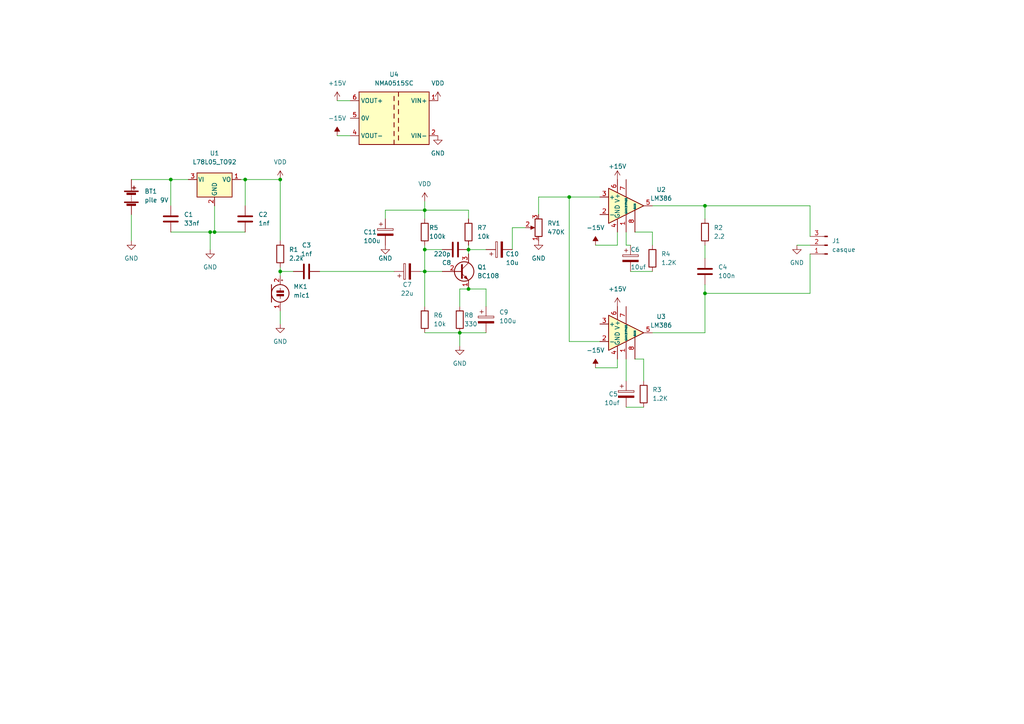
<source format=kicad_sch>
(kicad_sch (version 20230121) (generator eeschema)
  (paper "A4")
  (lib_symbols
    (symbol "Amplifier_Audio:LM386" (pin_names (offset 0.127))
      (property "Reference" "U" (at 1.27 7.62 0))
      (property "Value" "LM386" (at 1.27 5.08 0))
      (symbol "LM386_0_1"
        (polyline (pts (xy 5.08 0) (xy -5.08 5.08) (xy -5.08 -5.08) (xy 5.08 0)) (stroke (width 0.254)) (fill (type background)))
      )
      (symbol "LM386_1_1"
        (pin input line (at 0 -7.62 90) (length 5.08) (name "GAIN") (number "1"))
        (pin input line (at -7.62 -2.54 0) (length 2.54) (name "-") (number "2"))
        (pin input line (at -7.62 2.54 0) (length 2.54) (name "+") (number "3"))
        (pin power_in line (at -2.54 -7.62 90) (length 3.81) (name "GND") (number "4"))
        (pin output line (at 7.62 0 180) (length 2.54) (name "~") (number "5"))
        (pin power_in line (at -2.54 7.62 270) (length 3.81) (name "V+") (number "6"))
        (pin input line (at 0 7.62 270) (length 5.08) (name "BYPASS") (number "7"))
        (pin input line (at 2.54 -7.62 90) (length 6.35) (name "GAIN") (number "8"))
      )
    )
    (symbol "Connector:Conn_01x03_Male" (pin_names (offset 1.016) hide)
      (property "Reference" "J" (at 0 5.08 0))
      (property "Value" "Conn_01x03_Male" (at 0 -5.08 0))
      (symbol "Conn_01x03_Male_1_1"
        (polyline (pts (xy 1.27 -2.54) (xy 0.8636 -2.54)) (stroke (width 0.1524)))
        (polyline (pts (xy 1.27 0) (xy 0.8636 0)) (stroke (width 0.1524)))
        (polyline (pts (xy 1.27 2.54) (xy 0.8636 2.54)) (stroke (width 0.1524)))
        (rectangle (start 0.8636 -2.413) (end 0 -2.667) (stroke (width 0.1524)) (fill (type outline)))
        (rectangle (start 0.8636 0.127) (end 0 -0.127) (stroke (width 0.1524)) (fill (type outline)))
        (rectangle (start 0.8636 2.667) (end 0 2.413) (stroke (width 0.1524)) (fill (type outline)))
        (pin passive line (at 5.08 2.54 180) (length 3.81) (name "Pin_1") (number "1"))
        (pin passive line (at 5.08 0 180) (length 3.81) (name "Pin_2") (number "2"))
        (pin passive line (at 5.08 -2.54 180) (length 3.81) (name "Pin_3") (number "3"))
      )
    )
    (symbol "Device:Battery" (pin_numbers hide) (pin_names (offset 0) hide)
      (property "Reference" "BT" (at 2.54 2.54 0))
      (property "Value" "Battery" (at 2.54 0 0))
      (symbol "Battery_0_1"
        (rectangle (start -2.032 -1.397) (end 2.032 -1.651) (fill (type outline)))
        (rectangle (start -2.032 1.778) (end 2.032 1.524) (fill (type outline)))
        (rectangle (start -1.3208 -1.9812) (end 1.27 -2.4892) (fill (type outline)))
        (rectangle (start -1.3208 1.1938) (end 1.27 0.6858) (fill (type outline)))
        (polyline (pts (xy 0 -1.524) (xy 0 -1.27)))
        (polyline (pts (xy 0 -1.016) (xy 0 -0.762)))
        (polyline (pts (xy 0 -0.508) (xy 0 -0.254)))
        (polyline (pts (xy 0 0) (xy 0 0.254)))
        (polyline (pts (xy 0 0.508) (xy 0 0.762)))
        (polyline (pts (xy 0 1.778) (xy 0 2.54)))
        (polyline (pts (xy 0.254 2.667) (xy 1.27 2.667)) (stroke (width 0.254)))
        (polyline (pts (xy 0.762 3.175) (xy 0.762 2.159)) (stroke (width 0.254)))
      )
      (symbol "Battery_1_1"
        (pin passive line (at 0 5.08 270) (length 2.54) (name "+") (number "1"))
        (pin passive line (at 0 -5.08 90) (length 2.54) (name "-") (number "2"))
      )
    )
    (symbol "Device:C" (pin_numbers hide) (pin_names (offset 0.254))
      (property "Reference" "C" (at 0.635 2.54 0))
      (property "Value" "C" (at 0.635 -2.54 0))
      (symbol "C_0_1"
        (polyline (pts (xy -2.032 -0.762) (xy 2.032 -0.762)) (stroke (width 0.508)))
        (polyline (pts (xy -2.032 0.762) (xy 2.032 0.762)) (stroke (width 0.508)))
      )
      (symbol "C_1_1"
        (pin passive line (at 0 3.81 270) (length 2.794) (name "~") (number "1"))
        (pin passive line (at 0 -3.81 90) (length 2.794) (name "~") (number "2"))
      )
    )
    (symbol "Device:C_Polarized" (pin_numbers hide) (pin_names (offset 0.254))
      (property "Reference" "C" (at 0.635 2.54 0))
      (property "Value" "C_Polarized" (at 0.635 -2.54 0))
      (symbol "C_Polarized_0_1"
        (rectangle (start -2.286 0.508) (end 2.286 1.016))
        (polyline (pts (xy -1.778 2.286) (xy -0.762 2.286)))
        (polyline (pts (xy -1.27 2.794) (xy -1.27 1.778)))
        (rectangle (start 2.286 -0.508) (end -2.286 -1.016) (fill (type outline)))
      )
      (symbol "C_Polarized_1_1"
        (pin passive line (at 0 3.81 270) (length 2.794) (name "~") (number "1"))
        (pin passive line (at 0 -3.81 90) (length 2.794) (name "~") (number "2"))
      )
    )
    (symbol "Device:Microphone_Condenser" (pin_names (offset 0.0254) hide)
      (property "Reference" "MK" (at -3.302 1.27 0))
      (property "Value" "Microphone_Condenser" (at -3.302 -0.635 0))
      (symbol "Microphone_Condenser_0_1"
        (polyline (pts (xy -2.54 2.54) (xy -2.54 -2.54)) (stroke (width 0.254)))
        (polyline (pts (xy 0 -0.762) (xy 0 -1.524)))
        (polyline (pts (xy 0 0.762) (xy 0 1.524)))
        (polyline (pts (xy 0.254 3.81) (xy 0.762 3.81)))
        (polyline (pts (xy 0.508 4.064) (xy 0.508 3.556)))
        (circle (center 0 0) (radius 2.54) (stroke (width 0.254)))
        (rectangle (start 1.016 -0.254) (end -1.016 -0.762) (fill (type outline)))
        (rectangle (start 1.016 0.762) (end -1.016 0.254) (fill (type outline)))
      )
      (symbol "Microphone_Condenser_1_1"
        (pin passive line (at 0 -5.08 90) (length 2.54) (name "-") (number "1"))
        (pin passive line (at 0 5.08 270) (length 2.54) (name "+") (number "2"))
      )
    )
    (symbol "Device:R" (pin_numbers hide) (pin_names (offset 0))
      (property "Reference" "R" (at 2.032 0 90))
      (property "Value" "R" (at 0 0 90))
      (symbol "R_0_1"
        (rectangle (start -1.016 -2.54) (end 1.016 2.54) (stroke (width 0.254)))
      )
      (symbol "R_1_1"
        (pin passive line (at 0 3.81 270) (length 1.27) (name "~") (number "1"))
        (pin passive line (at 0 -3.81 90) (length 1.27) (name "~") (number "2"))
      )
    )
    (symbol "Device:R_Potentiometer" (pin_names (offset 1.016) hide)
      (property "Reference" "RV" (at -4.445 0 90))
      (property "Value" "R_Potentiometer" (at -2.54 0 90))
      (symbol "R_Potentiometer_0_1"
        (polyline (pts (xy 2.54 0) (xy 1.524 0)))
        (polyline (pts (xy 1.143 0) (xy 2.286 0.508) (xy 2.286 -0.508) (xy 1.143 0)) (fill (type outline)))
        (rectangle (start 1.016 2.54) (end -1.016 -2.54) (stroke (width 0.254)))
      )
      (symbol "R_Potentiometer_1_1"
        (pin passive line (at 0 3.81 270) (length 1.27) (name "1") (number "1"))
        (pin passive line (at 3.81 0 180) (length 1.27) (name "2") (number "2"))
        (pin passive line (at 0 -3.81 90) (length 1.27) (name "3") (number "3"))
      )
    )
    (symbol "Regulator_Linear:L78L05_TO92" (pin_names (offset 0.254))
      (property "Reference" "U" (at -3.81 3.175 0))
      (property "Value" "L78L05_TO92" (at 0 3.175 0))
      (symbol "L78L05_TO92_0_1"
        (rectangle (start -5.08 -5.08) (end 5.08 1.905) (stroke (width 0.254)) (fill (type background)))
      )
      (symbol "L78L05_TO92_1_1"
        (pin power_out line (at 7.62 0 180) (length 2.54) (name "VO") (number "1"))
        (pin power_in line (at 0 -7.62 90) (length 2.54) (name "GND") (number "2"))
        (pin power_in line (at -7.62 0 0) (length 2.54) (name "VI") (number "3"))
      )
    )
    (symbol "Regulator_Switching:NMA0515SC"
      (property "Reference" "U" (at -10.16 8.89 0))
      (property "Value" "NMA0515SC" (at 0 8.89 0))
      (symbol "NMA0515SC_0_1"
        (rectangle (start -10.16 7.62) (end 10.16 -7.62) (stroke (width 0.254)) (fill (type background)))
        (polyline (pts (xy -1.27 -5.08) (xy -1.27 -6.35)) (stroke (width 0.254)))
        (polyline (pts (xy -1.27 -2.54) (xy -1.27 -3.81)) (stroke (width 0.254)))
        (polyline (pts (xy -1.27 0) (xy -1.27 -1.27)) (stroke (width 0.254)))
        (polyline (pts (xy -1.27 2.54) (xy -1.27 1.27)) (stroke (width 0.254)))
        (polyline (pts (xy -1.27 5.08) (xy -1.27 3.81)) (stroke (width 0.254)))
        (polyline (pts (xy -1.27 7.62) (xy -1.27 6.35)) (stroke (width 0.254)))
        (polyline (pts (xy 0 -7.62) (xy 0 -6.35)) (stroke (width 0.254)))
        (polyline (pts (xy 0 -5.08) (xy 0 -3.81)) (stroke (width 0.254)))
        (polyline (pts (xy 0 -1.27) (xy 0 -2.54)) (stroke (width 0.254)))
        (polyline (pts (xy 0 0) (xy 0 1.27)) (stroke (width 0.254)))
        (polyline (pts (xy 0 2.54) (xy 0 3.81)) (stroke (width 0.254)))
        (polyline (pts (xy 0 5.08) (xy 0 6.35)) (stroke (width 0.254)))
      )
      (symbol "NMA0515SC_1_1"
        (pin power_in line (at -12.7 5.08 0) (length 2.54) (name "VIN+") (number "1"))
        (pin power_in line (at -12.7 -5.08 0) (length 2.54) (name "VIN-") (number "2"))
        (pin power_out line (at 12.7 -5.08 180) (length 2.54) (name "VOUT-") (number "4"))
        (pin power_out line (at 12.7 0 180) (length 2.54) (name "0V") (number "5"))
        (pin power_out line (at 12.7 5.08 180) (length 2.54) (name "VOUT+") (number "6"))
      )
    )
    (symbol "Transistor_BJT:BC108" (pin_names (offset 0) hide)
      (property "Reference" "Q" (at 5.08 1.905 0))
      (property "Value" "BC108" (at 5.08 0 0))
      (symbol "BC108_0_1"
        (polyline (pts (xy 0.635 0.635) (xy 2.54 2.54)))
        (polyline (pts (xy 0.635 -0.635) (xy 2.54 -2.54) (xy 2.54 -2.54)))
        (polyline (pts (xy 0.635 1.905) (xy 0.635 -1.905) (xy 0.635 -1.905)) (stroke (width 0.508)))
        (polyline (pts (xy 1.27 -1.778) (xy 1.778 -1.27) (xy 2.286 -2.286) (xy 1.27 -1.778) (xy 1.27 -1.778)) (fill (type outline)))
        (circle (center 1.27 0) (radius 2.8194) (stroke (width 0.254)))
      )
      (symbol "BC108_1_1"
        (pin passive line (at 2.54 -5.08 90) (length 2.54) (name "E") (number "1"))
        (pin input line (at -5.08 0 0) (length 5.715) (name "B") (number "2"))
        (pin passive line (at 2.54 5.08 270) (length 2.54) (name "C") (number "3"))
      )
    )
    (symbol "power:+15V" (power) (pin_names (offset 0))
      (property "Value" "+15V" (at 0 3.556 0))
      (symbol "+15V_0_1"
        (polyline (pts (xy -0.762 1.27) (xy 0 2.54)))
        (polyline (pts (xy 0 0) (xy 0 2.54)))
        (polyline (pts (xy 0 2.54) (xy 0.762 1.27)))
      )
      (symbol "+15V_1_1"
        (pin power_in line (at 0 0 90) (length 0) hide (name "+15V") (number "1"))
      )
    )
    (symbol "power:-15V" (power) (pin_names (offset 0))
      (property "Value" "-15V" (at 0 3.81 0))
      (symbol "-15V_0_0"
        (pin power_in line (at 0 0 90) (length 0) hide (name "-15V") (number "1"))
      )
      (symbol "-15V_0_1"
        (polyline (pts (xy 0 0) (xy 0 1.27) (xy 0.762 1.27) (xy 0 2.54) (xy -0.762 1.27) (xy 0 1.27)) (fill (type outline)))
      )
    )
    (symbol "power:GND" (power) (pin_names (offset 0))
      (property "Value" "GND" (at 0 -3.81 0))
      (symbol "GND_0_1"
        (polyline (pts (xy 0 0) (xy 0 -1.27) (xy 1.27 -1.27) (xy 0 -2.54) (xy -1.27 -1.27) (xy 0 -1.27)))
      )
      (symbol "GND_1_1"
        (pin power_in line (at 0 0 270) (length 0) hide (name "GND") (number "1"))
      )
    )
    (symbol "power:VDD" (power) (pin_names (offset 0))
      (property "Value" "VDD" (at 0 3.81 0))
      (symbol "VDD_0_1"
        (polyline (pts (xy -0.762 1.27) (xy 0 2.54)))
        (polyline (pts (xy 0 0) (xy 0 2.54)))
        (polyline (pts (xy 0 2.54) (xy 0.762 1.27)))
      )
      (symbol "VDD_1_1"
        (pin power_in line (at 0 0 90) (length 0) hide (name "VDD") (number "1"))
      )
    )
  )
  (junction (at 49.53 52.07))
  (junction (at 62.23 67.31))
  (junction (at 204.47 59.69))
  (junction (at 123.19 78.74))
  (junction (at 81.28 78.74))
  (junction (at 71.12 52.07))
  (junction (at 81.28 52.07))
  (junction (at 165.1 57.15))
  (junction (at 123.19 60.96))
  (junction (at 204.47 85.09))
  (junction (at 133.35 96.52))
  (junction (at 135.89 72.39))
  (junction (at 135.89 83.82))
  (junction (at 60.96 67.31))
  (junction (at 123.19 72.39))
  (wire (pts (xy 179.07 106.68) (xy 179.07 104.14)))
  (wire (pts (xy 49.53 59.69) (xy 49.53 52.07)))
  (wire (pts (xy 165.1 57.15) (xy 173.99 57.15)))
  (wire (pts (xy 60.96 72.39) (xy 60.96 67.31)))
  (wire (pts (xy 181.61 71.12) (xy 182.88 71.12)))
  (wire (pts (xy 152.4 66.04) (xy 148.59 66.04)))
  (wire (pts (xy 81.28 78.74) (xy 85.09 78.74)))
  (wire (pts (xy 148.59 66.04) (xy 148.59 72.39)))
  (wire (pts (xy 49.53 67.31) (xy 60.96 67.31)))
  (wire (pts (xy 123.19 78.74) (xy 128.27 78.74)))
  (wire (pts (xy 204.47 96.52) (xy 189.23 96.52)))
  (wire (pts (xy 172.72 106.68) (xy 179.07 106.68)))
  (wire (pts (xy 123.19 60.96) (xy 135.89 60.96)))
  (wire (pts (xy 123.19 72.39) (xy 123.19 78.74)))
  (wire (pts (xy 123.19 78.74) (xy 123.19 88.9)))
  (wire (pts (xy 165.1 57.15) (xy 165.1 99.06)))
  (wire (pts (xy 60.96 67.31) (xy 62.23 67.31)))
  (wire (pts (xy 49.53 52.07) (xy 54.61 52.07)))
  (wire (pts (xy 204.47 71.12) (xy 204.47 74.93)))
  (wire (pts (xy 71.12 52.07) (xy 81.28 52.07)))
  (wire (pts (xy 81.28 90.17) (xy 81.28 93.98)))
  (wire (pts (xy 123.19 58.42) (xy 123.19 60.96)))
  (wire (pts (xy 189.23 71.12) (xy 189.23 67.31)))
  (wire (pts (xy 123.19 72.39) (xy 128.27 72.39)))
  (wire (pts (xy 123.19 71.12) (xy 123.19 72.39)))
  (wire (pts (xy 81.28 77.47) (xy 81.28 78.74)))
  (wire (pts (xy 71.12 59.69) (xy 71.12 52.07)))
  (wire (pts (xy 62.23 67.31) (xy 71.12 67.31)))
  (wire (pts (xy 204.47 59.69) (xy 234.95 59.69)))
  (wire (pts (xy 165.1 99.06) (xy 173.99 99.06)))
  (wire (pts (xy 97.79 29.21) (xy 101.6 29.21)))
  (wire (pts (xy 133.35 96.52) (xy 140.97 96.52)))
  (wire (pts (xy 231.14 71.12) (xy 234.95 71.12)))
  (wire (pts (xy 81.28 78.74) (xy 81.28 80.01)))
  (wire (pts (xy 189.23 59.69) (xy 204.47 59.69)))
  (wire (pts (xy 234.95 59.69) (xy 234.95 68.58)))
  (wire (pts (xy 172.72 71.12) (xy 179.07 71.12)))
  (wire (pts (xy 135.89 72.39) (xy 135.89 73.66)))
  (wire (pts (xy 111.76 60.96) (xy 123.19 60.96)))
  (wire (pts (xy 38.1 52.07) (xy 49.53 52.07)))
  (wire (pts (xy 111.76 63.5) (xy 111.76 60.96)))
  (wire (pts (xy 140.97 88.9) (xy 140.97 83.82)))
  (wire (pts (xy 135.89 71.12) (xy 135.89 72.39)))
  (wire (pts (xy 97.79 39.37) (xy 101.6 39.37)))
  (wire (pts (xy 181.61 67.31) (xy 181.61 71.12)))
  (wire (pts (xy 182.88 78.74) (xy 189.23 78.74)))
  (wire (pts (xy 71.12 52.07) (xy 69.85 52.07)))
  (wire (pts (xy 156.21 62.23) (xy 156.21 57.15)))
  (wire (pts (xy 92.71 78.74) (xy 114.3 78.74)))
  (wire (pts (xy 38.1 62.23) (xy 38.1 69.85)))
  (wire (pts (xy 135.89 72.39) (xy 140.97 72.39)))
  (wire (pts (xy 123.19 96.52) (xy 133.35 96.52)))
  (wire (pts (xy 121.92 78.74) (xy 123.19 78.74)))
  (wire (pts (xy 204.47 59.69) (xy 204.47 63.5)))
  (wire (pts (xy 62.23 59.69) (xy 62.23 67.31)))
  (wire (pts (xy 135.89 60.96) (xy 135.89 63.5)))
  (wire (pts (xy 204.47 85.09) (xy 234.95 85.09)))
  (wire (pts (xy 133.35 88.9) (xy 133.35 83.82)))
  (wire (pts (xy 186.69 104.14) (xy 184.15 104.14)))
  (wire (pts (xy 123.19 60.96) (xy 123.19 63.5)))
  (wire (pts (xy 181.61 118.11) (xy 186.69 118.11)))
  (wire (pts (xy 179.07 71.12) (xy 179.07 67.31)))
  (wire (pts (xy 186.69 110.49) (xy 186.69 104.14)))
  (wire (pts (xy 140.97 83.82) (xy 135.89 83.82)))
  (wire (pts (xy 204.47 82.55) (xy 204.47 85.09)))
  (wire (pts (xy 234.95 85.09) (xy 234.95 73.66)))
  (wire (pts (xy 181.61 104.14) (xy 181.61 110.49)))
  (wire (pts (xy 133.35 96.52) (xy 133.35 100.33)))
  (wire (pts (xy 133.35 83.82) (xy 135.89 83.82)))
  (wire (pts (xy 189.23 67.31) (xy 184.15 67.31)))
  (wire (pts (xy 156.21 57.15) (xy 165.1 57.15)))
  (wire (pts (xy 81.28 52.07) (xy 81.28 69.85)))
  (wire (pts (xy 204.47 85.09) (xy 204.47 96.52)))
  (symbol (lib_id "power:-15V") (at 172.72 71.12 0) (unit 1)
    (property "Reference" "#PWR04" (effects hide))
    (property "Value" "-15V" (at 172.72 66.04 0))
  )
  (symbol (lib_id "power:GND") (at 133.35 100.33 0) (unit 1)
    (property "Reference" "#PWR0110" (effects hide))
    (property "Value" "GND" (at 133.35 105.41 0))
  )
  (symbol (lib_id "Device:C_Polarized") (at 111.76 67.31 0) (unit 1)
    (property "Reference" "C11" (at 105.41 67.31 0) (effects (justify left)))
    (property "Value" "100u" (at 105.41 69.85 0) (effects (justify left)))
    (property "Footprint" "Capacitor_THT:CP_Radial_D6.3mm_P2.50mm" (effects hide))
  )
  (symbol (lib_id "Device:C_Polarized") (at 182.88 74.93 0) (unit 1)
    (property "Reference" "C6" (at 182.88 72.39 0) (effects (justify left)))
    (property "Value" "10uf" (at 182.88 77.47 0) (effects (justify left)))
    (property "Footprint" "Capacitor_THT:CP_Radial_D6.3mm_P2.50mm" (effects hide))
  )
  (symbol (lib_id "Device:C") (at 71.12 63.5 0) (unit 1)
    (property "Reference" "C2" (at 74.93 62.2299 0) (effects (justify left)))
    (property "Value" "1nf" (at 74.93 64.7699 0) (effects (justify left)))
    (property "Footprint" "Capacitor_THT:C_Rect_L7.2mm_W3.0mm_P5.00mm_FKS2_FKP2_MKS2_MKP2" (effects hide))
  )
  (symbol (lib_id "Device:R") (at 189.23 74.93 0) (unit 1)
    (property "Reference" "R4" (at 191.77 73.6599 0) (effects (justify left)))
    (property "Value" "1.2K" (at 191.77 76.1999 0) (effects (justify left)))
    (property "Footprint" "Resistor_THT:R_Axial_DIN0204_L3.6mm_D1.6mm_P7.62mm_Horizontal" (effects hide))
  )
  (symbol (lib_id "power:VDD") (at 127 29.21 0) (unit 1)
    (property "Reference" "#PWR01" (effects hide))
    (property "Value" "VDD" (at 127 24.13 0))
  )
  (symbol (lib_id "Device:R") (at 135.89 67.31 0) (unit 1)
    (property "Reference" "R7" (at 138.43 66.0399 0) (effects (justify left)))
    (property "Value" "10k" (at 138.43 68.5799 0) (effects (justify left)))
    (property "Footprint" "Resistor_THT:R_Axial_DIN0204_L3.6mm_D1.6mm_P7.62mm_Horizontal" (effects hide))
  )
  (symbol (lib_id "power:GND") (at 156.21 69.85 0) (unit 1)
    (property "Reference" "#PWR08" (effects hide))
    (property "Value" "GND" (at 156.21 74.93 0))
  )
  (symbol (lib_id "power:-15V") (at 172.72 106.68 0) (unit 1)
    (property "Reference" "#PWR05" (effects hide))
    (property "Value" "-15V" (at 172.72 101.6 0))
  )
  (symbol (lib_id "Device:R") (at 81.28 73.66 0) (unit 1)
    (property "Reference" "R1" (at 83.82 72.3899 0) (effects (justify left)))
    (property "Value" "2.2k" (at 83.82 74.9299 0) (effects (justify left)))
    (property "Footprint" "Resistor_THT:R_Axial_DIN0204_L3.6mm_D1.6mm_P7.62mm_Horizontal" (effects hide))
  )
  (symbol (lib_id "power:-15V") (at 97.79 39.37 0) (unit 1)
    (property "Reference" "#PWR03" (effects hide))
    (property "Value" "-15V" (at 97.79 34.29 0))
  )
  (symbol (lib_id "Device:R") (at 123.19 92.71 0) (unit 1)
    (property "Reference" "R6" (at 125.73 91.4399 0) (effects (justify left)))
    (property "Value" "10k" (at 125.73 93.9799 0) (effects (justify left)))
    (property "Footprint" "Resistor_THT:R_Axial_DIN0204_L3.6mm_D1.6mm_P7.62mm_Horizontal" (effects hide))
  )
  (symbol (lib_id "Device:R") (at 133.35 92.71 0) (unit 1)
    (property "Reference" "R8" (at 134.62 91.44 0) (effects (justify left)))
    (property "Value" "330" (at 134.62 93.98 0) (effects (justify left)))
    (property "Footprint" "Resistor_THT:R_Axial_DIN0204_L3.6mm_D1.6mm_P7.62mm_Horizontal" (effects hide))
  )
  (symbol (lib_id "power:VDD") (at 123.19 58.42 0) (unit 1)
    (property "Reference" "#PWR0112" (effects hide))
    (property "Value" "VDD" (at 123.19 53.34 0))
  )
  (symbol (lib_id "Transistor_BJT:BC108") (at 133.35 78.74 0) (unit 1)
    (property "Reference" "Q1" (at 138.43 77.4699 0) (effects (justify left)))
    (property "Value" "BC108" (at 138.43 80.0099 0) (effects (justify left)))
    (property "Footprint" "Package_TO_SOT_THT:TO-18-3" (effects hide))
    (property "Datasheet" "http://www.b-kainka.de/Daten/Transistor/BC108.pdf" (effects hide))
  )
  (symbol (lib_id "power:GND") (at 38.1 69.85 0) (unit 1)
    (property "Reference" "#PWR0102" (effects hide))
    (property "Value" "GND" (at 38.1 74.93 0))
  )
  (symbol (lib_id "power:+15V") (at 179.07 88.9 0) (unit 1)
    (property "Reference" "#PWR07" (effects hide))
    (property "Value" "+15V" (at 179.07 83.82 0))
  )
  (symbol (lib_id "power:+15V") (at 97.79 29.21 0) (unit 1)
    (property "Reference" "#PWR02" (effects hide))
    (property "Value" "+15V" (at 97.79 24.13 0))
  )
  (symbol (lib_id "Device:Microphone_Condenser") (at 81.28 85.09 0) (unit 1)
    (property "Reference" "MK1" (at 85.09 83.1214 0) (effects (justify left)))
    (property "Value" "mic1" (at 85.09 85.6614 0) (effects (justify left)))
    (property "Footprint" "Connector_PinHeader_2.00mm:PinHeader_1x02_P2.00mm_Vertical" (effects hide))
  )
  (symbol (lib_id "power:GND") (at 231.14 71.12 0) (unit 1)
    (property "Reference" "#PWR0109" (effects hide))
    (property "Value" "GND" (at 231.14 76.2 0))
  )
  (symbol (lib_id "power:+15V") (at 179.07 52.07 0) (unit 1)
    (property "Reference" "#PWR06" (effects hide))
    (property "Value" "+15V" (at 179.07 48.26 0))
  )
  (symbol (lib_id "Device:C") (at 49.53 63.5 0) (unit 1)
    (property "Reference" "C1" (at 53.34 62.2299 0) (effects (justify left)))
    (property "Value" "33nf" (at 53.34 64.7699 0) (effects (justify left)))
    (property "Footprint" "Capacitor_THT:C_Rect_L7.2mm_W3.0mm_P5.00mm_FKS2_FKP2_MKS2_MKP2" (effects hide))
  )
  (symbol (lib_id "Device:C") (at 132.08 72.39 90) (unit 1)
    (property "Reference" "C8" (at 129.54 76.2 90))
    (property "Value" "220p" (at 128.27 73.66 90))
    (property "Footprint" "Capacitor_THT:C_Rect_L7.2mm_W2.5mm_P5.00mm_FKS2_FKP2_MKS2_MKP2" (effects hide))
  )
  (symbol (lib_id "Device:R") (at 186.69 114.3 0) (unit 1)
    (property "Reference" "R3" (at 189.23 113.0299 0) (effects (justify left)))
    (property "Value" "1.2K" (at 189.23 115.5699 0) (effects (justify left)))
    (property "Footprint" "Resistor_THT:R_Axial_DIN0204_L3.6mm_D1.6mm_P7.62mm_Horizontal" (effects hide))
  )
  (symbol (lib_id "power:VDD") (at 81.28 52.07 0) (unit 1)
    (property "Reference" "#PWR0103" (effects hide))
    (property "Value" "VDD" (at 81.28 46.99 0))
  )
  (symbol (lib_id "power:GND") (at 81.28 93.98 0) (unit 1)
    (property "Reference" "#PWR0104" (effects hide))
    (property "Value" "GND" (at 81.28 99.06 0))
  )
  (symbol (lib_id "power:GND") (at 127 39.37 0) (unit 1)
    (property "Reference" "#PWR09" (effects hide))
    (property "Value" "GND" (at 127 44.45 0))
  )
  (symbol (lib_id "Amplifier_Audio:LM386") (at 181.61 59.69 0) (unit 1)
    (property "Reference" "U2" (at 191.77 54.991 0))
    (property "Value" "LM386" (at 191.77 57.531 0))
    (property "Footprint" "Package_DIP:DIP-8_W7.62mm_Socket" (effects hide))
    (property "Datasheet" "http://www.ti.com/lit/ds/symlink/lm386.pdf" (effects hide))
  )
  (symbol (lib_id "Device:C") (at 88.9 78.74 90) (unit 1)
    (property "Reference" "C3" (at 88.9 71.12 90))
    (property "Value" "1nf" (at 88.9 73.66 90))
    (property "Footprint" "Capacitor_THT:C_Rect_L7.2mm_W3.0mm_P5.00mm_FKS2_FKP2_MKS2_MKP2" (effects hide))
  )
  (symbol (lib_id "Device:R") (at 123.19 67.31 0) (unit 1)
    (property "Reference" "R5" (at 124.46 66.04 0) (effects (justify left)))
    (property "Value" "100k" (at 124.46 68.58 0) (effects (justify left)))
    (property "Footprint" "Resistor_THT:R_Axial_DIN0204_L3.6mm_D1.6mm_P7.62mm_Horizontal" (effects hide))
  )
  (symbol (lib_id "Device:C_Polarized") (at 140.97 92.71 0) (unit 1)
    (property "Reference" "C9" (at 144.78 90.5509 0) (effects (justify left)))
    (property "Value" "100u" (at 144.78 93.0909 0) (effects (justify left)))
    (property "Footprint" "Capacitor_THT:CP_Radial_D6.3mm_P2.50mm" (effects hide))
  )
  (symbol (lib_id "Device:C_Polarized") (at 144.78 72.39 90) (unit 1)
    (property "Reference" "C10" (at 148.59 73.66 90))
    (property "Value" "10u" (at 148.59 76.2 90))
    (property "Footprint" "Capacitor_THT:CP_Radial_D6.3mm_P2.50mm" (effects hide))
  )
  (symbol (lib_id "Device:R_Potentiometer") (at 156.21 66.04 180) (unit 1)
    (property "Reference" "RV1" (at 158.75 64.7699 0) (effects (justify right)))
    (property "Value" "470K" (at 158.75 67.3099 0) (effects (justify right)))
    (property "Footprint" "Potentiometer_THT:Potentiometer_Piher_PT-10-V05_Vertical" (effects hide))
  )
  (symbol (lib_id "Regulator_Linear:L78L05_TO92") (at 62.23 52.07 0) (unit 1)
    (property "Reference" "U1" (at 62.23 44.45 0))
    (property "Value" "L78L05_TO92" (at 62.23 46.99 0))
    (property "Footprint" "Package_TO_SOT_THT:TO-92_Inline_Wide" (effects hide))
    (property "Datasheet" "http://www.st.com/content/ccc/resource/technical/document/datasheet/15/55/e5/aa/23/5b/43/fd/CD00000446.pdf/files/CD00000446.pdf/jcr:content/translations/en.CD00000446.pdf" (effects hide))
  )
  (symbol (lib_id "Amplifier_Audio:LM386") (at 181.61 96.52 0) (unit 1)
    (property "Reference" "U3" (at 191.77 91.821 0))
    (property "Value" "LM386" (at 191.77 94.361 0))
    (property "Footprint" "Package_DIP:DIP-8_W7.62mm_Socket" (effects hide))
    (property "Datasheet" "http://www.ti.com/lit/ds/symlink/lm386.pdf" (effects hide))
  )
  (symbol (lib_id "Device:Battery") (at 38.1 57.15 0) (unit 1)
    (property "Reference" "BT1" (at 41.91 55.4989 0) (effects (justify left)))
    (property "Value" "pile 9V" (at 41.91 58.0389 0) (effects (justify left)))
    (property "Footprint" "Connector_PinHeader_2.00mm:PinHeader_1x02_P2.00mm_Vertical" (effects hide))
  )
  (symbol (lib_id "Connector:Conn_01x03_Male") (at 240.03 71.12 180) (unit 1)
    (property "Reference" "J1" (at 241.3 69.8499 0) (effects (justify right)))
    (property "Value" "casque" (at 241.3 72.3899 0) (effects (justify right)))
    (property "Footprint" "Connector_PinHeader_2.00mm:PinHeader_1x03_P2.00mm_Vertical" (effects hide))
  )
  (symbol (lib_id "power:GND") (at 111.76 71.12 0) (unit 1)
    (property "Reference" "#PWR0111" (effects hide))
    (property "Value" "GND" (at 111.76 74.93 0))
  )
  (symbol (lib_id "Device:C_Polarized") (at 118.11 78.74 90) (unit 1)
    (property "Reference" "C7" (at 118.11 82.55 90))
    (property "Value" "22u" (at 118.11 85.09 90))
    (property "Footprint" "Capacitor_THT:CP_Radial_D6.3mm_P2.50mm" (effects hide))
  )
  (symbol (lib_id "Device:C") (at 204.47 78.74 0) (unit 1)
    (property "Reference" "C4" (at 208.28 77.4699 0) (effects (justify left)))
    (property "Value" "100n" (at 208.28 80.0099 0) (effects (justify left)))
    (property "Footprint" "Capacitor_THT:C_Rect_L7.2mm_W3.0mm_P5.00mm_FKS2_FKP2_MKS2_MKP2" (effects hide))
  )
  (symbol (lib_id "Device:R") (at 204.47 67.31 0) (unit 1)
    (property "Reference" "R2" (at 207.01 66.0399 0) (effects (justify left)))
    (property "Value" "2.2" (at 207.01 68.5799 0) (effects (justify left)))
    (property "Footprint" "Resistor_THT:R_Axial_DIN0204_L3.6mm_D1.6mm_P7.62mm_Horizontal" (effects hide))
  )
  (symbol (lib_id "Regulator_Switching:NMA0515SC") (at 114.3 34.29 0) (mirror y) (unit 1)
    (property "Reference" "U4" (at 114.3 21.59 0))
    (property "Value" "NMA0515SC" (at 114.3 24.13 0))
    (property "Footprint" "Converter_DCDC:Converter_DCDC_Murata_NMAxxxxSC_THT" (effects hide))
    (property "Datasheet" "http://power.murata.com/data/power/ncl/kdc_nma.pdf" (effects hide))
  )
  (symbol (lib_id "Device:C_Polarized") (at 181.61 114.3 0) (unit 1)
    (property "Reference" "C5" (at 176.53 114.3 0) (effects (justify left)))
    (property "Value" "10uf" (at 175.26 116.84 0) (effects (justify left)))
    (property "Footprint" "Capacitor_THT:CP_Radial_D6.3mm_P2.50mm" (effects hide))
  )
  (symbol (lib_id "power:GND") (at 60.96 72.39 0) (unit 1)
    (property "Reference" "#PWR0101" (effects hide))
    (property "Value" "GND" (at 60.96 77.47 0))
  )
)
</source>
